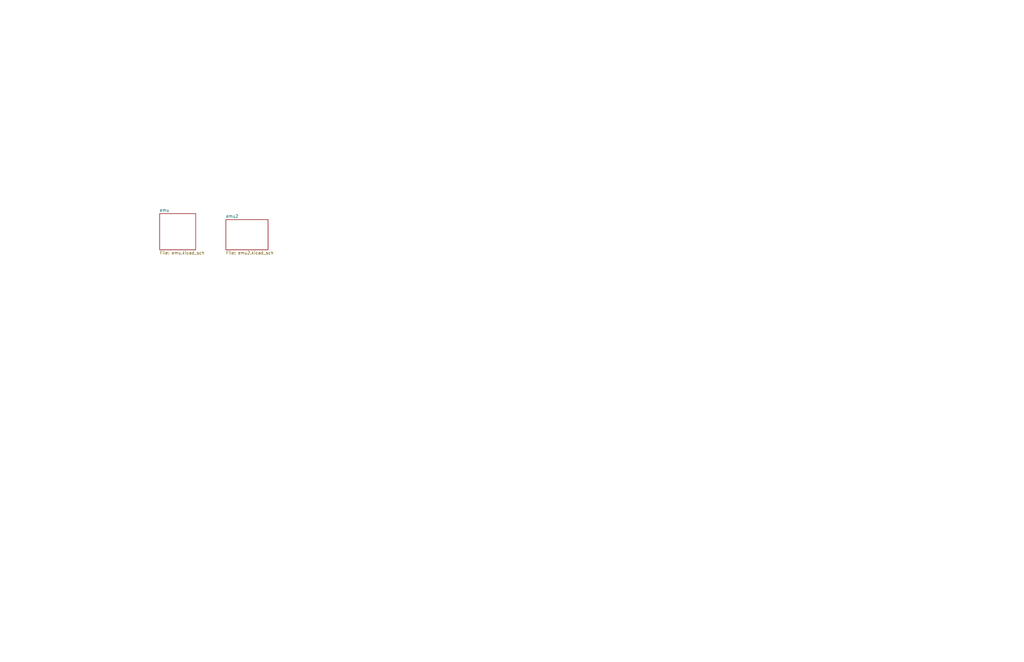
<source format=kicad_sch>
(kicad_sch (version 20230121) (generator eeschema)
  (paper "USLedger")
  (title_block (title "MFM Disk Reader and Emulator") (date "2023-11-02") (rev "D") (company "David Gesswein"))
  (lib_symbols)
  (sheet (at 67.31 90.17) (size 15.24 15.24)
    (property "Sheetname" "emu" (at 67.31 89.4584 0) (effects (justify left bottom)))
    (property "Sheetfile" "emu.kicad_sch" (at 67.31 105.9946 0) (effects (justify left top)))
  )
  (sheet (at 95.25 92.71) (size 17.78 12.7)
    (property "Sheetname" "emu2" (at 95.25 91.9984 0) (effects (justify left bottom)))
    (property "Sheetfile" "emu2.kicad_sch" (at 95.25 105.9946 0) (effects (justify left top)))
  )
)
</source>
